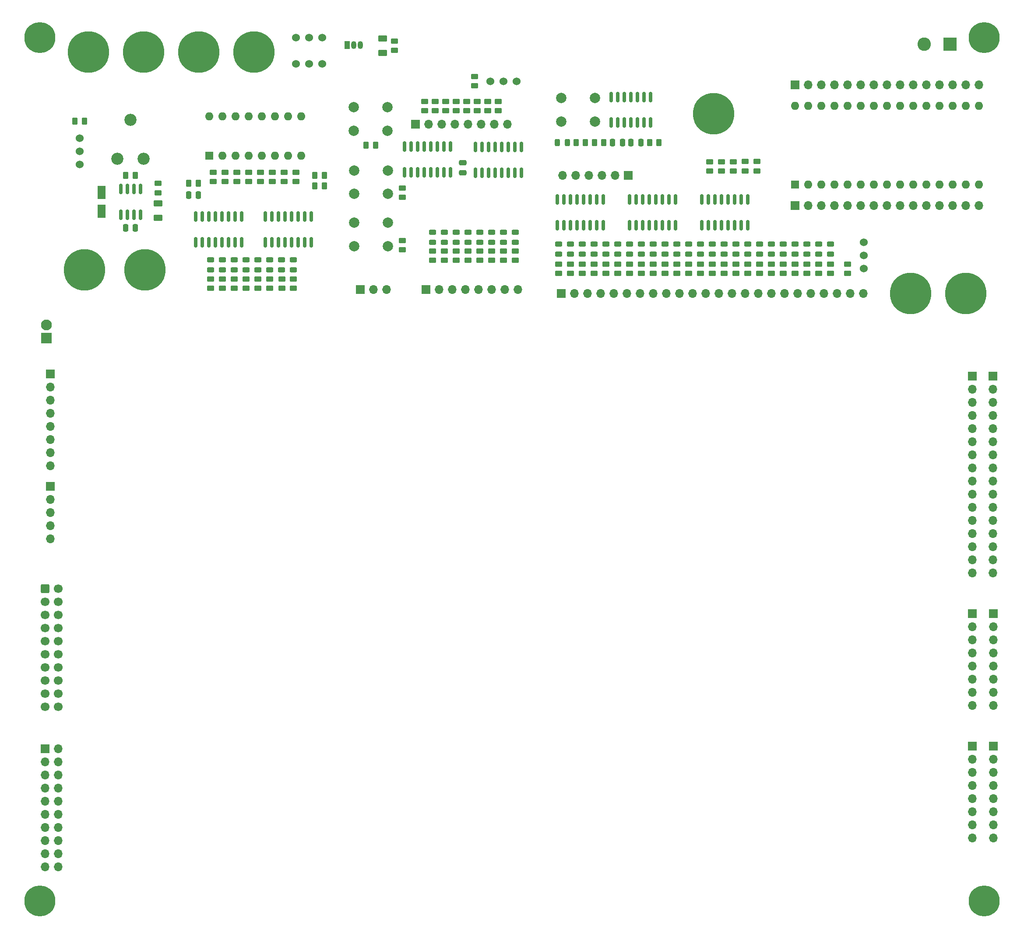
<source format=gbr>
%TF.GenerationSoftware,KiCad,Pcbnew,(6.0.0-0)*%
%TF.CreationDate,2022-03-14T18:00:23-04:00*%
%TF.ProjectId,Prototype-Board-2022,50726f74-6f74-4797-9065-2d426f617264,rev?*%
%TF.SameCoordinates,Original*%
%TF.FileFunction,Soldermask,Top*%
%TF.FilePolarity,Negative*%
%FSLAX46Y46*%
G04 Gerber Fmt 4.6, Leading zero omitted, Abs format (unit mm)*
G04 Created by KiCad (PCBNEW (6.0.0-0)) date 2022-03-14 18:00:23*
%MOMM*%
%LPD*%
G01*
G04 APERTURE LIST*
G04 Aperture macros list*
%AMRoundRect*
0 Rectangle with rounded corners*
0 $1 Rounding radius*
0 $2 $3 $4 $5 $6 $7 $8 $9 X,Y pos of 4 corners*
0 Add a 4 corners polygon primitive as box body*
4,1,4,$2,$3,$4,$5,$6,$7,$8,$9,$2,$3,0*
0 Add four circle primitives for the rounded corners*
1,1,$1+$1,$2,$3*
1,1,$1+$1,$4,$5*
1,1,$1+$1,$6,$7*
1,1,$1+$1,$8,$9*
0 Add four rect primitives between the rounded corners*
20,1,$1+$1,$2,$3,$4,$5,0*
20,1,$1+$1,$4,$5,$6,$7,0*
20,1,$1+$1,$6,$7,$8,$9,0*
20,1,$1+$1,$8,$9,$2,$3,0*%
G04 Aperture macros list end*
%ADD10C,8.000000*%
%ADD11RoundRect,0.250000X-0.450000X0.262500X-0.450000X-0.262500X0.450000X-0.262500X0.450000X0.262500X0*%
%ADD12RoundRect,0.250000X-0.625000X0.375000X-0.625000X-0.375000X0.625000X-0.375000X0.625000X0.375000X0*%
%ADD13C,1.524000*%
%ADD14R,1.700000X1.700000*%
%ADD15O,1.700000X1.700000*%
%ADD16RoundRect,0.243750X0.456250X-0.243750X0.456250X0.243750X-0.456250X0.243750X-0.456250X-0.243750X0*%
%ADD17RoundRect,0.250000X-0.262500X-0.450000X0.262500X-0.450000X0.262500X0.450000X-0.262500X0.450000X0*%
%ADD18RoundRect,0.250000X0.450000X-0.262500X0.450000X0.262500X-0.450000X0.262500X-0.450000X-0.262500X0*%
%ADD19RoundRect,0.250000X0.250000X0.475000X-0.250000X0.475000X-0.250000X-0.475000X0.250000X-0.475000X0*%
%ADD20RoundRect,0.150000X0.150000X-0.825000X0.150000X0.825000X-0.150000X0.825000X-0.150000X-0.825000X0*%
%ADD21RoundRect,0.250000X0.262500X0.450000X-0.262500X0.450000X-0.262500X-0.450000X0.262500X-0.450000X0*%
%ADD22R,1.600000X1.600000*%
%ADD23O,1.600000X1.600000*%
%ADD24C,2.000000*%
%ADD25RoundRect,0.243750X-0.243750X-0.456250X0.243750X-0.456250X0.243750X0.456250X-0.243750X0.456250X0*%
%ADD26C,2.340000*%
%ADD27RoundRect,0.250000X-0.250000X-0.475000X0.250000X-0.475000X0.250000X0.475000X-0.250000X0.475000X0*%
%ADD28C,0.800000*%
%ADD29C,6.000000*%
%ADD30R,2.600000X2.600000*%
%ADD31C,2.600000*%
%ADD32R,1.050000X1.500000*%
%ADD33O,1.050000X1.500000*%
%ADD34RoundRect,0.250000X0.475000X-0.250000X0.475000X0.250000X-0.475000X0.250000X-0.475000X-0.250000X0*%
%ADD35RoundRect,0.250000X-0.550000X1.050000X-0.550000X-1.050000X0.550000X-1.050000X0.550000X1.050000X0*%
%ADD36RoundRect,0.250000X0.625000X-0.375000X0.625000X0.375000X-0.625000X0.375000X-0.625000X-0.375000X0*%
%ADD37RoundRect,0.250000X-0.600000X-0.600000X0.600000X-0.600000X0.600000X0.600000X-0.600000X0.600000X0*%
%ADD38C,1.700000*%
%ADD39R,2.100000X2.100000*%
%ADD40C,2.100000*%
G04 APERTURE END LIST*
D10*
%TO.C,J3*%
X152654000Y-51816000D03*
%TD*%
%TO.C,J2*%
X131318000Y-51816000D03*
%TD*%
D11*
%TO.C,R1*%
X190500000Y-49633500D03*
X190500000Y-51458500D03*
%TD*%
D12*
%TO.C,D1*%
X188214000Y-49146000D03*
X188214000Y-51946000D03*
%TD*%
D13*
%TO.C,SW6*%
X173978000Y-54042000D03*
X176518000Y-54042000D03*
X171438000Y-54042000D03*
X176518000Y-48962000D03*
X171438000Y-48962000D03*
X173978000Y-48962000D03*
%TD*%
D14*
%TO.C,J9*%
X194579000Y-65786000D03*
D15*
X197119000Y-65786000D03*
X199659000Y-65786000D03*
X202199000Y-65786000D03*
X204739000Y-65786000D03*
X207279000Y-65786000D03*
X209819000Y-65786000D03*
X212359000Y-65786000D03*
%TD*%
D11*
%TO.C,R62*%
X274828000Y-92813500D03*
X274828000Y-94638500D03*
%TD*%
D16*
%TO.C,D40*%
X164084000Y-93901500D03*
X164084000Y-92026500D03*
%TD*%
D17*
%TO.C,R28*%
X175109500Y-75692000D03*
X176934500Y-75692000D03*
%TD*%
D11*
%TO.C,R57*%
X267970000Y-92813500D03*
X267970000Y-94638500D03*
%TD*%
D18*
%TO.C,R7*%
X192024000Y-90066500D03*
X192024000Y-88241500D03*
%TD*%
D11*
%TO.C,R55*%
X263398000Y-92813500D03*
X263398000Y-94638500D03*
%TD*%
D13*
%TO.C,SW8*%
X281209000Y-88621000D03*
X281209000Y-91161000D03*
X281209000Y-93701000D03*
%TD*%
D16*
%TO.C,D35*%
X272542000Y-90853500D03*
X272542000Y-88978500D03*
%TD*%
D18*
%TO.C,R12*%
X208534000Y-63142500D03*
X208534000Y-61317500D03*
%TD*%
D11*
%TO.C,R19*%
X202438000Y-90273500D03*
X202438000Y-92098500D03*
%TD*%
D16*
%TO.C,D8*%
X209296000Y-88567500D03*
X209296000Y-86692500D03*
%TD*%
D11*
%TO.C,R48*%
X247396000Y-92813500D03*
X247396000Y-94638500D03*
%TD*%
D19*
%TO.C,C6*%
X152588000Y-79502000D03*
X150688000Y-79502000D03*
%TD*%
D16*
%TO.C,D36*%
X157226000Y-93901500D03*
X157226000Y-92026500D03*
%TD*%
%TO.C,D17*%
X233680000Y-90853500D03*
X233680000Y-88978500D03*
%TD*%
D11*
%TO.C,R54*%
X261112000Y-92813500D03*
X261112000Y-94638500D03*
%TD*%
%TO.C,R16*%
X197866000Y-90273500D03*
X197866000Y-92098500D03*
%TD*%
D14*
%TO.C,J25*%
X123952000Y-135890000D03*
D15*
X123952000Y-138430000D03*
X123952000Y-140970000D03*
X123952000Y-143510000D03*
X123952000Y-146050000D03*
%TD*%
D11*
%TO.C,R37*%
X222250000Y-92813500D03*
X222250000Y-94638500D03*
%TD*%
D16*
%TO.C,D39*%
X161798000Y-93901500D03*
X161798000Y-92026500D03*
%TD*%
%TO.C,D37*%
X274828000Y-90853500D03*
X274828000Y-88978500D03*
%TD*%
D11*
%TO.C,R63*%
X159512000Y-95686000D03*
X159512000Y-97511000D03*
%TD*%
%TO.C,R53*%
X258826000Y-92813500D03*
X258826000Y-94638500D03*
%TD*%
D18*
%TO.C,R9*%
X192024000Y-79906500D03*
X192024000Y-78081500D03*
%TD*%
%TO.C,R11*%
X206502000Y-63142500D03*
X206502000Y-61317500D03*
%TD*%
D20*
%TO.C,U7*%
X235966000Y-85279000D03*
X237236000Y-85279000D03*
X238506000Y-85279000D03*
X239776000Y-85279000D03*
X241046000Y-85279000D03*
X242316000Y-85279000D03*
X243586000Y-85279000D03*
X244856000Y-85279000D03*
X244856000Y-80329000D03*
X243586000Y-80329000D03*
X242316000Y-80329000D03*
X241046000Y-80329000D03*
X239776000Y-80329000D03*
X238506000Y-80329000D03*
X237236000Y-80329000D03*
X235966000Y-80329000D03*
%TD*%
D11*
%TO.C,R52*%
X256540000Y-92813500D03*
X256540000Y-94638500D03*
%TD*%
D20*
%TO.C,U3*%
X192405000Y-75054000D03*
X193675000Y-75054000D03*
X194945000Y-75054000D03*
X196215000Y-75054000D03*
X197485000Y-75054000D03*
X198755000Y-75054000D03*
X200025000Y-75054000D03*
X201295000Y-75054000D03*
X201295000Y-70104000D03*
X200025000Y-70104000D03*
X198755000Y-70104000D03*
X197485000Y-70104000D03*
X196215000Y-70104000D03*
X194945000Y-70104000D03*
X193675000Y-70104000D03*
X192405000Y-70104000D03*
%TD*%
D10*
%TO.C,J5*%
X141986000Y-51816000D03*
%TD*%
D20*
%TO.C,U8*%
X152019000Y-88581000D03*
X153289000Y-88581000D03*
X154559000Y-88581000D03*
X155829000Y-88581000D03*
X157099000Y-88581000D03*
X158369000Y-88581000D03*
X159639000Y-88581000D03*
X160909000Y-88581000D03*
X160909000Y-83631000D03*
X159639000Y-83631000D03*
X158369000Y-83631000D03*
X157099000Y-83631000D03*
X155829000Y-83631000D03*
X154559000Y-83631000D03*
X153289000Y-83631000D03*
X152019000Y-83631000D03*
%TD*%
D11*
%TO.C,R72*%
X168718000Y-95686000D03*
X168718000Y-97511000D03*
%TD*%
%TO.C,R73*%
X160020000Y-75033500D03*
X160020000Y-76858500D03*
%TD*%
D21*
%TO.C,R26*%
X227428500Y-69306000D03*
X225603500Y-69306000D03*
%TD*%
D11*
%TO.C,R76*%
X155448000Y-75033500D03*
X155448000Y-76858500D03*
%TD*%
%TO.C,R74*%
X157734000Y-75033500D03*
X157734000Y-76858500D03*
%TD*%
%TO.C,R67*%
X164084000Y-95686000D03*
X164084000Y-97511000D03*
%TD*%
D17*
%TO.C,R15*%
X138533500Y-75692000D03*
X140358500Y-75692000D03*
%TD*%
D18*
%TO.C,R4*%
X198374000Y-63142500D03*
X198374000Y-61317500D03*
%TD*%
D11*
%TO.C,R41*%
X231394000Y-92813500D03*
X231394000Y-94638500D03*
%TD*%
D20*
%TO.C,U4*%
X232358000Y-65431000D03*
X233628000Y-65431000D03*
X234898000Y-65431000D03*
X236168000Y-65431000D03*
X237438000Y-65431000D03*
X238708000Y-65431000D03*
X239978000Y-65431000D03*
X239978000Y-60481000D03*
X238708000Y-60481000D03*
X237438000Y-60481000D03*
X236168000Y-60481000D03*
X234898000Y-60481000D03*
X233628000Y-60481000D03*
X232358000Y-60481000D03*
%TD*%
D18*
%TO.C,R36*%
X253746000Y-74826500D03*
X253746000Y-73001500D03*
%TD*%
D20*
%TO.C,U5*%
X165481000Y-88581000D03*
X166751000Y-88581000D03*
X168021000Y-88581000D03*
X169291000Y-88581000D03*
X170561000Y-88581000D03*
X171831000Y-88581000D03*
X173101000Y-88581000D03*
X174371000Y-88581000D03*
X174371000Y-83631000D03*
X173101000Y-83631000D03*
X171831000Y-83631000D03*
X170561000Y-83631000D03*
X169291000Y-83631000D03*
X168021000Y-83631000D03*
X166751000Y-83631000D03*
X165481000Y-83631000D03*
%TD*%
D18*
%TO.C,R17*%
X144780000Y-79041000D03*
X144780000Y-77216000D03*
%TD*%
D17*
%TO.C,R30*%
X175109500Y-77724000D03*
X176934500Y-77724000D03*
%TD*%
D16*
%TO.C,D32*%
X267970000Y-90853500D03*
X267970000Y-88978500D03*
%TD*%
D11*
%TO.C,R70*%
X164592000Y-75033500D03*
X164592000Y-76858500D03*
%TD*%
%TO.C,R58*%
X270256000Y-92813500D03*
X270256000Y-94638500D03*
%TD*%
D10*
%TO.C,J10*%
X142240000Y-93980000D03*
%TD*%
D22*
%TO.C,A1*%
X267975000Y-77460000D03*
D23*
X270515000Y-77460000D03*
X273055000Y-77460000D03*
X275595000Y-77460000D03*
X278135000Y-77460000D03*
X280675000Y-77460000D03*
X283215000Y-77460000D03*
X285755000Y-77460000D03*
X288295000Y-77460000D03*
X290835000Y-77460000D03*
X293375000Y-77460000D03*
X295915000Y-77460000D03*
X298455000Y-77460000D03*
X300995000Y-77460000D03*
X303535000Y-77460000D03*
X303535000Y-62220000D03*
X300995000Y-62220000D03*
X298455000Y-62220000D03*
X295915000Y-62220000D03*
X293375000Y-62220000D03*
X290835000Y-62220000D03*
X288295000Y-62220000D03*
X285755000Y-62220000D03*
X283215000Y-62220000D03*
X280675000Y-62220000D03*
X278135000Y-62220000D03*
X275595000Y-62220000D03*
X273055000Y-62220000D03*
X270515000Y-62220000D03*
X267975000Y-62220000D03*
%TD*%
D14*
%TO.C,J18*%
X302260000Y-160528000D03*
D15*
X302260000Y-163068000D03*
X302260000Y-165608000D03*
X302260000Y-168148000D03*
X302260000Y-170688000D03*
X302260000Y-173228000D03*
X302260000Y-175768000D03*
X302260000Y-178308000D03*
%TD*%
D14*
%TO.C,J22*%
X122936000Y-186695000D03*
D15*
X125476000Y-186695000D03*
X122936000Y-189235000D03*
X125476000Y-189235000D03*
X122936000Y-191775000D03*
X125476000Y-191775000D03*
X122936000Y-194315000D03*
X125476000Y-194315000D03*
X122936000Y-196855000D03*
X125476000Y-196855000D03*
X122936000Y-199395000D03*
X125476000Y-199395000D03*
X122936000Y-201935000D03*
X125476000Y-201935000D03*
X122936000Y-204475000D03*
X125476000Y-204475000D03*
X122936000Y-207015000D03*
X125476000Y-207015000D03*
X122936000Y-209555000D03*
X125476000Y-209555000D03*
%TD*%
D16*
%TO.C,D16*%
X231394000Y-90853500D03*
X231394000Y-88978500D03*
%TD*%
D11*
%TO.C,R43*%
X235966000Y-92813500D03*
X235966000Y-94638500D03*
%TD*%
D16*
%TO.C,D14*%
X226822000Y-90853500D03*
X226822000Y-88978500D03*
%TD*%
D11*
%TO.C,R6*%
X205994000Y-56491500D03*
X205994000Y-58316500D03*
%TD*%
%TO.C,R44*%
X238252000Y-92813500D03*
X238252000Y-94638500D03*
%TD*%
D17*
%TO.C,R29*%
X150725500Y-77216000D03*
X152550500Y-77216000D03*
%TD*%
D24*
%TO.C,SW4*%
X182626000Y-62484000D03*
X189126000Y-62484000D03*
X189126000Y-66984000D03*
X182626000Y-66984000D03*
%TD*%
D17*
%TO.C,R25*%
X239827500Y-69306000D03*
X241652500Y-69306000D03*
%TD*%
D16*
%TO.C,D12*%
X222250000Y-90853500D03*
X222250000Y-88978500D03*
%TD*%
D11*
%TO.C,R51*%
X254254000Y-92813500D03*
X254254000Y-94638500D03*
%TD*%
D16*
%TO.C,D34*%
X154940000Y-93901500D03*
X154940000Y-92026500D03*
%TD*%
D25*
%TO.C,D11*%
X222022500Y-69306000D03*
X223897500Y-69306000D03*
%TD*%
D14*
%TO.C,J17*%
X306324000Y-186182000D03*
D15*
X306324000Y-188722000D03*
X306324000Y-191262000D03*
X306324000Y-193802000D03*
X306324000Y-196342000D03*
X306324000Y-198882000D03*
X306324000Y-201422000D03*
X306324000Y-203962000D03*
%TD*%
D14*
%TO.C,J23*%
X267975000Y-58166000D03*
D15*
X270515000Y-58166000D03*
X273055000Y-58166000D03*
X275595000Y-58166000D03*
X278135000Y-58166000D03*
X280675000Y-58166000D03*
X283215000Y-58166000D03*
X285755000Y-58166000D03*
X288295000Y-58166000D03*
X290835000Y-58166000D03*
X293375000Y-58166000D03*
X295915000Y-58166000D03*
X298455000Y-58166000D03*
X300995000Y-58166000D03*
X303535000Y-58166000D03*
%TD*%
D20*
%TO.C,U2*%
X206121000Y-75122000D03*
X207391000Y-75122000D03*
X208661000Y-75122000D03*
X209931000Y-75122000D03*
X211201000Y-75122000D03*
X212471000Y-75122000D03*
X213741000Y-75122000D03*
X215011000Y-75122000D03*
X215011000Y-70172000D03*
X213741000Y-70172000D03*
X212471000Y-70172000D03*
X211201000Y-70172000D03*
X209931000Y-70172000D03*
X208661000Y-70172000D03*
X207391000Y-70172000D03*
X206121000Y-70172000D03*
%TD*%
D16*
%TO.C,D30*%
X263398000Y-90853500D03*
X263398000Y-88978500D03*
%TD*%
D22*
%TO.C,SW9*%
X154676000Y-71839500D03*
D23*
X157216000Y-71839500D03*
X159756000Y-71839500D03*
X162296000Y-71839500D03*
X164836000Y-71839500D03*
X167376000Y-71839500D03*
X169916000Y-71839500D03*
X172456000Y-71839500D03*
X172456000Y-64219500D03*
X169916000Y-64219500D03*
X167376000Y-64219500D03*
X164836000Y-64219500D03*
X162296000Y-64219500D03*
X159756000Y-64219500D03*
X157216000Y-64219500D03*
X154676000Y-64219500D03*
%TD*%
D11*
%TO.C,R46*%
X242824000Y-92813500D03*
X242824000Y-94638500D03*
%TD*%
D10*
%TO.C,J6*%
X163322000Y-51816000D03*
%TD*%
D16*
%TO.C,D31*%
X265684000Y-90853500D03*
X265684000Y-88978500D03*
%TD*%
%TO.C,D9*%
X211582000Y-88567500D03*
X211582000Y-86692500D03*
%TD*%
%TO.C,D20*%
X240538000Y-90853500D03*
X240538000Y-88978500D03*
%TD*%
D26*
%TO.C,RV1*%
X141934500Y-72469000D03*
X139434500Y-64879000D03*
X136934500Y-72469000D03*
%TD*%
D11*
%TO.C,R56*%
X265684000Y-92813500D03*
X265684000Y-94638500D03*
%TD*%
D27*
%TO.C,C2*%
X138496000Y-85852000D03*
X140396000Y-85852000D03*
%TD*%
D16*
%TO.C,D33*%
X270256000Y-90853500D03*
X270256000Y-88978500D03*
%TD*%
D28*
%TO.C,REF\u002A\u002A*%
X306136990Y-50612990D03*
X304546000Y-51272000D03*
X302955010Y-47431010D03*
X306796000Y-49022000D03*
X306136990Y-47431010D03*
X302955010Y-50612990D03*
D29*
X304546000Y-49022000D03*
D28*
X304546000Y-46772000D03*
X302296000Y-49022000D03*
%TD*%
D10*
%TO.C,J26*%
X300990000Y-98552000D03*
%TD*%
D14*
%TO.C,J13*%
X306267000Y-114554000D03*
D15*
X306267000Y-117094000D03*
X306267000Y-119634000D03*
X306267000Y-122174000D03*
X306267000Y-124714000D03*
X306267000Y-127254000D03*
X306267000Y-129794000D03*
X306267000Y-132334000D03*
X306267000Y-134874000D03*
X306267000Y-137414000D03*
X306267000Y-139954000D03*
X306267000Y-142494000D03*
X306267000Y-145034000D03*
X306267000Y-147574000D03*
X306267000Y-150114000D03*
X306267000Y-152654000D03*
%TD*%
D16*
%TO.C,D29*%
X261112000Y-90853500D03*
X261112000Y-88978500D03*
%TD*%
D30*
%TO.C,J4*%
X297942000Y-50292000D03*
D31*
X292942000Y-50292000D03*
%TD*%
D18*
%TO.C,R10*%
X204470000Y-63142500D03*
X204470000Y-61317500D03*
%TD*%
D16*
%TO.C,D28*%
X258826000Y-90853500D03*
X258826000Y-88978500D03*
%TD*%
%TO.C,D24*%
X249682000Y-90853500D03*
X249682000Y-88978500D03*
%TD*%
%TO.C,D7*%
X207010000Y-88567500D03*
X207010000Y-86692500D03*
%TD*%
D32*
%TO.C,Q1*%
X181356000Y-50398000D03*
D33*
X182626000Y-50398000D03*
X183896000Y-50398000D03*
%TD*%
D20*
%TO.C,U1*%
X137541000Y-83247000D03*
X138811000Y-83247000D03*
X140081000Y-83247000D03*
X141351000Y-83247000D03*
X141351000Y-78297000D03*
X140081000Y-78297000D03*
X138811000Y-78297000D03*
X137541000Y-78297000D03*
%TD*%
D17*
%TO.C,R2*%
X128702750Y-65174500D03*
X130527750Y-65174500D03*
%TD*%
D14*
%TO.C,J29*%
X222768000Y-98552000D03*
D15*
X225308000Y-98552000D03*
X227848000Y-98552000D03*
X230388000Y-98552000D03*
X232928000Y-98552000D03*
X235468000Y-98552000D03*
X238008000Y-98552000D03*
X240548000Y-98552000D03*
X243088000Y-98552000D03*
X245628000Y-98552000D03*
X248168000Y-98552000D03*
X250708000Y-98552000D03*
X253248000Y-98552000D03*
X255788000Y-98552000D03*
X258328000Y-98552000D03*
X260868000Y-98552000D03*
X263408000Y-98552000D03*
X265948000Y-98552000D03*
X268488000Y-98552000D03*
X271028000Y-98552000D03*
X273568000Y-98552000D03*
X276108000Y-98552000D03*
X278648000Y-98552000D03*
X281188000Y-98552000D03*
%TD*%
D18*
%TO.C,R34*%
X260604000Y-74792500D03*
X260604000Y-72967500D03*
%TD*%
D14*
%TO.C,J12*%
X183911000Y-97790000D03*
D15*
X186451000Y-97790000D03*
X188991000Y-97790000D03*
%TD*%
D28*
%TO.C,REF\u002A\u002A*%
X120329010Y-47431010D03*
X120329010Y-50612990D03*
D29*
X121920000Y-49022000D03*
D28*
X123510990Y-50612990D03*
X119670000Y-49022000D03*
X123510990Y-47431010D03*
X121920000Y-51272000D03*
X124170000Y-49022000D03*
X121920000Y-46772000D03*
%TD*%
D17*
%TO.C,R13*%
X185015500Y-69850000D03*
X186840500Y-69850000D03*
%TD*%
D16*
%TO.C,D21*%
X242824000Y-90853500D03*
X242824000Y-88978500D03*
%TD*%
D18*
%TO.C,R33*%
X258318000Y-74802500D03*
X258318000Y-72977500D03*
%TD*%
D16*
%TO.C,D41*%
X166370000Y-93901500D03*
X166370000Y-92026500D03*
%TD*%
D11*
%TO.C,R71*%
X162306000Y-75033500D03*
X162306000Y-76858500D03*
%TD*%
D16*
%TO.C,D22*%
X245110000Y-90853500D03*
X245110000Y-88978500D03*
%TD*%
D34*
%TO.C,C5*%
X203708000Y-75118000D03*
X203708000Y-73218000D03*
%TD*%
D16*
%TO.C,D3*%
X197866000Y-88567500D03*
X197866000Y-86692500D03*
%TD*%
%TO.C,D18*%
X235966000Y-90853500D03*
X235966000Y-88978500D03*
%TD*%
%TO.C,D42*%
X168656000Y-93901500D03*
X168656000Y-92026500D03*
%TD*%
D11*
%TO.C,R68*%
X166878000Y-75033500D03*
X166878000Y-76858500D03*
%TD*%
D19*
%TO.C,C3*%
X238134000Y-69306000D03*
X236234000Y-69306000D03*
%TD*%
D16*
%TO.C,D15*%
X229108000Y-90853500D03*
X229108000Y-88978500D03*
%TD*%
D14*
%TO.C,J16*%
X302260000Y-186182000D03*
D15*
X302260000Y-188722000D03*
X302260000Y-191262000D03*
X302260000Y-193802000D03*
X302260000Y-196342000D03*
X302260000Y-198882000D03*
X302260000Y-201422000D03*
X302260000Y-203962000D03*
%TD*%
D18*
%TO.C,R14*%
X210566000Y-63142500D03*
X210566000Y-61317500D03*
%TD*%
D28*
%TO.C,REF\u002A\u002A*%
X123510990Y-214563010D03*
X120329010Y-217744990D03*
X121920000Y-213904000D03*
X120329010Y-214563010D03*
X119670000Y-216154000D03*
X123510990Y-217744990D03*
X121920000Y-218404000D03*
D29*
X121920000Y-216154000D03*
D28*
X124170000Y-216154000D03*
%TD*%
D17*
%TO.C,R27*%
X229159500Y-69306000D03*
X230984500Y-69306000D03*
%TD*%
D16*
%TO.C,D19*%
X238252000Y-90853500D03*
X238252000Y-88978500D03*
%TD*%
D14*
%TO.C,J19*%
X306324000Y-160528000D03*
D15*
X306324000Y-163068000D03*
X306324000Y-165608000D03*
X306324000Y-168148000D03*
X306324000Y-170688000D03*
X306324000Y-173228000D03*
X306324000Y-175768000D03*
X306324000Y-178308000D03*
%TD*%
D11*
%TO.C,R64*%
X161798000Y-95686000D03*
X161798000Y-97511000D03*
%TD*%
D18*
%TO.C,R5*%
X200406000Y-63142500D03*
X200406000Y-61317500D03*
%TD*%
D16*
%TO.C,D13*%
X224536000Y-90853500D03*
X224536000Y-88978500D03*
%TD*%
D11*
%TO.C,R61*%
X157226000Y-95686000D03*
X157226000Y-97511000D03*
%TD*%
D13*
%TO.C,SW5*%
X214147000Y-57435000D03*
X211607000Y-57435000D03*
X209067000Y-57435000D03*
%TD*%
D14*
%TO.C,J27*%
X123952000Y-114061000D03*
D15*
X123952000Y-116601000D03*
X123952000Y-119141000D03*
X123952000Y-121681000D03*
X123952000Y-124221000D03*
X123952000Y-126761000D03*
X123952000Y-129301000D03*
X123952000Y-131841000D03*
%TD*%
D16*
%TO.C,D4*%
X200152000Y-88567500D03*
X200152000Y-86692500D03*
%TD*%
D11*
%TO.C,R69*%
X166370000Y-95686000D03*
X166370000Y-97511000D03*
%TD*%
D20*
%TO.C,U9*%
X221996000Y-85279000D03*
X223266000Y-85279000D03*
X224536000Y-85279000D03*
X225806000Y-85279000D03*
X227076000Y-85279000D03*
X228346000Y-85279000D03*
X229616000Y-85279000D03*
X230886000Y-85279000D03*
X230886000Y-80329000D03*
X229616000Y-80329000D03*
X228346000Y-80329000D03*
X227076000Y-80329000D03*
X225806000Y-80329000D03*
X224536000Y-80329000D03*
X223266000Y-80329000D03*
X221996000Y-80329000D03*
%TD*%
D14*
%TO.C,J28*%
X235712000Y-75692000D03*
D15*
X233172000Y-75692000D03*
X230632000Y-75692000D03*
X228092000Y-75692000D03*
X225552000Y-75692000D03*
X223012000Y-75692000D03*
%TD*%
D35*
%TO.C,C1*%
X133858000Y-78972000D03*
X133858000Y-82572000D03*
%TD*%
D11*
%TO.C,R23*%
X211582000Y-90273500D03*
X211582000Y-92098500D03*
%TD*%
D24*
%TO.C,SW7*%
X229258000Y-60706000D03*
X222758000Y-60706000D03*
X222758000Y-65206000D03*
X229258000Y-65206000D03*
%TD*%
D11*
%TO.C,R42*%
X233680000Y-92813500D03*
X233680000Y-94638500D03*
%TD*%
D36*
%TO.C,D2*%
X144780000Y-83846500D03*
X144780000Y-81046500D03*
%TD*%
D11*
%TO.C,R66*%
X169164000Y-75033500D03*
X169164000Y-76858500D03*
%TD*%
D16*
%TO.C,D10*%
X213868000Y-88567500D03*
X213868000Y-86692500D03*
%TD*%
D11*
%TO.C,R20*%
X204724000Y-90273500D03*
X204724000Y-92098500D03*
%TD*%
D16*
%TO.C,D27*%
X256540000Y-90853500D03*
X256540000Y-88978500D03*
%TD*%
%TO.C,D5*%
X202438000Y-88567500D03*
X202438000Y-86692500D03*
%TD*%
%TO.C,D26*%
X254254000Y-90853500D03*
X254254000Y-88978500D03*
%TD*%
D11*
%TO.C,R40*%
X229108000Y-92813500D03*
X229108000Y-94638500D03*
%TD*%
%TO.C,R60*%
X272542000Y-92813500D03*
X272542000Y-94638500D03*
%TD*%
%TO.C,R50*%
X251968000Y-92813500D03*
X251968000Y-94638500D03*
%TD*%
D16*
%TO.C,D38*%
X159512000Y-93901500D03*
X159512000Y-92026500D03*
%TD*%
D11*
%TO.C,R49*%
X249682000Y-92813500D03*
X249682000Y-94638500D03*
%TD*%
%TO.C,R31*%
X278130000Y-92813500D03*
X278130000Y-94638500D03*
%TD*%
D18*
%TO.C,R32*%
X251460000Y-74826500D03*
X251460000Y-73001500D03*
%TD*%
D11*
%TO.C,R39*%
X226822000Y-92813500D03*
X226822000Y-94638500D03*
%TD*%
D19*
%TO.C,C4*%
X234578000Y-69306000D03*
X232678000Y-69306000D03*
%TD*%
D10*
%TO.C,J8*%
X130556000Y-93980000D03*
%TD*%
D11*
%TO.C,R38*%
X224536000Y-92813500D03*
X224536000Y-94638500D03*
%TD*%
D16*
%TO.C,D23*%
X247396000Y-90853500D03*
X247396000Y-88978500D03*
%TD*%
D37*
%TO.C,J20*%
X122936000Y-155702000D03*
D38*
X125476000Y-155702000D03*
X122936000Y-158242000D03*
X125476000Y-158242000D03*
X122936000Y-160782000D03*
X125476000Y-160782000D03*
X122936000Y-163322000D03*
X125476000Y-163322000D03*
X122936000Y-165862000D03*
X125476000Y-165862000D03*
X122936000Y-168402000D03*
X125476000Y-168402000D03*
X122936000Y-170942000D03*
X125476000Y-170942000D03*
X122936000Y-173482000D03*
X125476000Y-173482000D03*
X122936000Y-176022000D03*
X125476000Y-176022000D03*
X122936000Y-178562000D03*
X125476000Y-178562000D03*
%TD*%
D14*
%TO.C,J14*%
X302260000Y-114554000D03*
D15*
X302260000Y-117094000D03*
X302260000Y-119634000D03*
X302260000Y-122174000D03*
X302260000Y-124714000D03*
X302260000Y-127254000D03*
X302260000Y-129794000D03*
X302260000Y-132334000D03*
X302260000Y-134874000D03*
X302260000Y-137414000D03*
X302260000Y-139954000D03*
X302260000Y-142494000D03*
X302260000Y-145034000D03*
X302260000Y-147574000D03*
X302260000Y-150114000D03*
X302260000Y-152654000D03*
%TD*%
D28*
%TO.C,REF\u002A\u002A*%
X306796000Y-216154000D03*
X304546000Y-213904000D03*
X302955010Y-214563010D03*
X302955010Y-217744990D03*
X306136990Y-217744990D03*
D29*
X304546000Y-216154000D03*
D28*
X306136990Y-214563010D03*
X302296000Y-216154000D03*
X304546000Y-218404000D03*
%TD*%
D18*
%TO.C,R8*%
X202438000Y-63142500D03*
X202438000Y-61317500D03*
%TD*%
D10*
%TO.C,J24*%
X290322000Y-98552000D03*
%TD*%
D18*
%TO.C,R35*%
X256032000Y-74826500D03*
X256032000Y-73001500D03*
%TD*%
D11*
%TO.C,R65*%
X171450000Y-75033500D03*
X171450000Y-76858500D03*
%TD*%
D24*
%TO.C,SW3*%
X182678000Y-74712000D03*
X189178000Y-74712000D03*
X182678000Y-79212000D03*
X189178000Y-79212000D03*
%TD*%
D14*
%TO.C,J15*%
X267980000Y-81534000D03*
D15*
X270520000Y-81534000D03*
X273060000Y-81534000D03*
X275600000Y-81534000D03*
X278140000Y-81534000D03*
X280680000Y-81534000D03*
X283220000Y-81534000D03*
X285760000Y-81534000D03*
X288300000Y-81534000D03*
X290840000Y-81534000D03*
X293380000Y-81534000D03*
X295920000Y-81534000D03*
X298460000Y-81534000D03*
X301000000Y-81534000D03*
X303540000Y-81534000D03*
%TD*%
D13*
%TO.C,SW1*%
X129615250Y-68476500D03*
X129615250Y-71016500D03*
X129615250Y-73556500D03*
%TD*%
D20*
%TO.C,U6*%
X249936000Y-85279000D03*
X251206000Y-85279000D03*
X252476000Y-85279000D03*
X253746000Y-85279000D03*
X255016000Y-85279000D03*
X256286000Y-85279000D03*
X257556000Y-85279000D03*
X258826000Y-85279000D03*
X258826000Y-80329000D03*
X257556000Y-80329000D03*
X256286000Y-80329000D03*
X255016000Y-80329000D03*
X253746000Y-80329000D03*
X252476000Y-80329000D03*
X251206000Y-80329000D03*
X249936000Y-80329000D03*
%TD*%
D39*
%TO.C,J1*%
X123190000Y-107188000D03*
D40*
X123190000Y-104648000D03*
%TD*%
D24*
%TO.C,SW2*%
X182678000Y-84836000D03*
X189178000Y-84836000D03*
X182678000Y-89336000D03*
X189178000Y-89336000D03*
%TD*%
D11*
%TO.C,R45*%
X240538000Y-92813500D03*
X240538000Y-94638500D03*
%TD*%
D14*
%TO.C,J11*%
X196596000Y-97790000D03*
D15*
X199136000Y-97790000D03*
X201676000Y-97790000D03*
X204216000Y-97790000D03*
X206756000Y-97790000D03*
X209296000Y-97790000D03*
X211836000Y-97790000D03*
X214376000Y-97790000D03*
%TD*%
D11*
%TO.C,R21*%
X207010000Y-90273500D03*
X207010000Y-92098500D03*
%TD*%
D16*
%TO.C,D43*%
X170942000Y-93901500D03*
X170942000Y-92026500D03*
%TD*%
D11*
%TO.C,R47*%
X245110000Y-92813500D03*
X245110000Y-94638500D03*
%TD*%
D18*
%TO.C,R3*%
X196342000Y-63142500D03*
X196342000Y-61317500D03*
%TD*%
D11*
%TO.C,R75*%
X170942000Y-95686000D03*
X170942000Y-97511000D03*
%TD*%
%TO.C,R59*%
X154940000Y-95686000D03*
X154940000Y-97511000D03*
%TD*%
%TO.C,R22*%
X209296000Y-90273500D03*
X209296000Y-92098500D03*
%TD*%
%TO.C,R24*%
X213868000Y-90273500D03*
X213868000Y-92098500D03*
%TD*%
D16*
%TO.C,D6*%
X204724000Y-88567500D03*
X204724000Y-86692500D03*
%TD*%
D10*
%TO.C,J21*%
X252222000Y-63754000D03*
%TD*%
D16*
%TO.C,D25*%
X251968000Y-90853500D03*
X251968000Y-88978500D03*
%TD*%
D11*
%TO.C,R18*%
X200152000Y-90273500D03*
X200152000Y-92098500D03*
%TD*%
M02*

</source>
